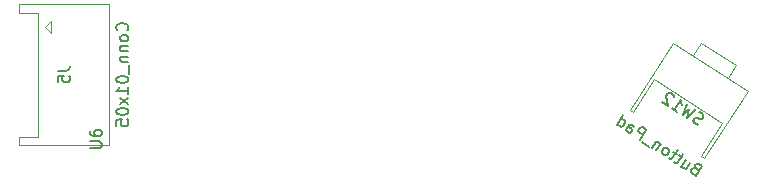
<source format=gbr>
G04 #@! TF.GenerationSoftware,KiCad,Pcbnew,7.0.9*
G04 #@! TF.CreationDate,2023-12-20T17:08:32-07:00*
G04 #@! TF.ProjectId,genesis-6_controller_pcb,67656e65-7369-4732-9d36-5f636f6e7472,4a*
G04 #@! TF.SameCoordinates,Original*
G04 #@! TF.FileFunction,AssemblyDrawing,Bot*
%FSLAX46Y46*%
G04 Gerber Fmt 4.6, Leading zero omitted, Abs format (unit mm)*
G04 Created by KiCad (PCBNEW 7.0.9) date 2023-12-20 17:08:32*
%MOMM*%
%LPD*%
G01*
G04 APERTURE LIST*
%ADD10C,0.150000*%
%ADD11C,0.100000*%
G04 APERTURE END LIST*
D10*
X142849819Y-114636904D02*
X143659342Y-114636904D01*
X143659342Y-114636904D02*
X143754580Y-114589285D01*
X143754580Y-114589285D02*
X143802200Y-114541666D01*
X143802200Y-114541666D02*
X143849819Y-114446428D01*
X143849819Y-114446428D02*
X143849819Y-114255952D01*
X143849819Y-114255952D02*
X143802200Y-114160714D01*
X143802200Y-114160714D02*
X143754580Y-114113095D01*
X143754580Y-114113095D02*
X143659342Y-114065476D01*
X143659342Y-114065476D02*
X142849819Y-114065476D01*
X142849819Y-113160714D02*
X142849819Y-113351190D01*
X142849819Y-113351190D02*
X142897438Y-113446428D01*
X142897438Y-113446428D02*
X142945057Y-113494047D01*
X142945057Y-113494047D02*
X143087914Y-113589285D01*
X143087914Y-113589285D02*
X143278390Y-113636904D01*
X143278390Y-113636904D02*
X143659342Y-113636904D01*
X143659342Y-113636904D02*
X143754580Y-113589285D01*
X143754580Y-113589285D02*
X143802200Y-113541666D01*
X143802200Y-113541666D02*
X143849819Y-113446428D01*
X143849819Y-113446428D02*
X143849819Y-113255952D01*
X143849819Y-113255952D02*
X143802200Y-113160714D01*
X143802200Y-113160714D02*
X143754580Y-113113095D01*
X143754580Y-113113095D02*
X143659342Y-113065476D01*
X143659342Y-113065476D02*
X143421247Y-113065476D01*
X143421247Y-113065476D02*
X143326009Y-113113095D01*
X143326009Y-113113095D02*
X143278390Y-113160714D01*
X143278390Y-113160714D02*
X143230771Y-113255952D01*
X143230771Y-113255952D02*
X143230771Y-113446428D01*
X143230771Y-113446428D02*
X143278390Y-113541666D01*
X143278390Y-113541666D02*
X143326009Y-113589285D01*
X143326009Y-113589285D02*
X143421247Y-113636904D01*
X194381118Y-112637723D02*
X194235373Y-112599855D01*
X194235373Y-112599855D02*
X194035689Y-112470179D01*
X194035689Y-112470179D02*
X193981751Y-112378372D01*
X193981751Y-112378372D02*
X193967749Y-112312500D01*
X193967749Y-112312500D02*
X193979683Y-112206691D01*
X193979683Y-112206691D02*
X194031553Y-112126818D01*
X194031553Y-112126818D02*
X194123361Y-112072879D01*
X194123361Y-112072879D02*
X194189232Y-112058878D01*
X194189232Y-112058878D02*
X194295041Y-112070812D01*
X194295041Y-112070812D02*
X194480723Y-112134616D01*
X194480723Y-112134616D02*
X194586532Y-112146549D01*
X194586532Y-112146549D02*
X194652403Y-112132548D01*
X194652403Y-112132548D02*
X194744211Y-112078610D01*
X194744211Y-112078610D02*
X194796081Y-111998736D01*
X194796081Y-111998736D02*
X194808015Y-111892928D01*
X194808015Y-111892928D02*
X194794013Y-111827056D01*
X194794013Y-111827056D02*
X194740075Y-111735249D01*
X194740075Y-111735249D02*
X194540391Y-111605573D01*
X194540391Y-111605573D02*
X194394646Y-111567704D01*
X194141024Y-111346221D02*
X193396702Y-112055216D01*
X193396702Y-112055216D02*
X193625983Y-111352424D01*
X193625983Y-111352424D02*
X193077208Y-111847734D01*
X193077208Y-111847734D02*
X193422164Y-110879387D01*
X192118728Y-111225289D02*
X192597968Y-111536512D01*
X192358348Y-111380901D02*
X192902987Y-110542230D01*
X192902987Y-110542230D02*
X192905055Y-110713910D01*
X192905055Y-110713910D02*
X192933058Y-110845654D01*
X192933058Y-110845654D02*
X192986996Y-110937461D01*
X192292003Y-110259011D02*
X192278001Y-110193139D01*
X192278001Y-110193139D02*
X192224063Y-110101332D01*
X192224063Y-110101332D02*
X192024380Y-109971656D01*
X192024380Y-109971656D02*
X191918571Y-109959722D01*
X191918571Y-109959722D02*
X191852699Y-109973724D01*
X191852699Y-109973724D02*
X191760892Y-110027662D01*
X191760892Y-110027662D02*
X191709022Y-110107535D01*
X191709022Y-110107535D02*
X191671153Y-110253280D01*
X191671153Y-110253280D02*
X191839171Y-111043743D01*
X191839171Y-111043743D02*
X191319994Y-110706586D01*
X194157487Y-116348229D02*
X194011741Y-116310360D01*
X194011741Y-116310360D02*
X193945870Y-116324361D01*
X193945870Y-116324361D02*
X193854062Y-116378299D01*
X193854062Y-116378299D02*
X193776257Y-116498109D01*
X193776257Y-116498109D02*
X193764323Y-116603918D01*
X193764323Y-116603918D02*
X193778325Y-116669790D01*
X193778325Y-116669790D02*
X193832263Y-116761597D01*
X193832263Y-116761597D02*
X194151756Y-116969079D01*
X194151756Y-116969079D02*
X194696395Y-116130408D01*
X194696395Y-116130408D02*
X194416839Y-115948862D01*
X194416839Y-115948862D02*
X194311030Y-115936928D01*
X194311030Y-115936928D02*
X194245158Y-115950929D01*
X194245158Y-115950929D02*
X194153351Y-116004868D01*
X194153351Y-116004868D02*
X194101481Y-116084741D01*
X194101481Y-116084741D02*
X194089547Y-116190550D01*
X194089547Y-116190550D02*
X194103549Y-116256421D01*
X194103549Y-116256421D02*
X194157487Y-116348229D01*
X194157487Y-116348229D02*
X194437044Y-116529775D01*
X193316748Y-115631909D02*
X192953656Y-116191023D01*
X193676179Y-115865326D02*
X193390891Y-116304629D01*
X193390891Y-116304629D02*
X193299084Y-116358568D01*
X193299084Y-116358568D02*
X193193276Y-116346634D01*
X193193276Y-116346634D02*
X193073466Y-116268828D01*
X193073466Y-116268828D02*
X193019528Y-116177021D01*
X193019528Y-116177021D02*
X193005526Y-116111149D01*
X193037191Y-115450363D02*
X192717698Y-115242881D01*
X193098928Y-115093000D02*
X192632094Y-115811861D01*
X192632094Y-115811861D02*
X192540287Y-115865799D01*
X192540287Y-115865799D02*
X192434479Y-115853865D01*
X192434479Y-115853865D02*
X192354605Y-115801995D01*
X192557951Y-115139140D02*
X192238457Y-114931659D01*
X192619687Y-114781778D02*
X192152854Y-115500638D01*
X192152854Y-115500638D02*
X192061046Y-115554576D01*
X192061046Y-115554576D02*
X191955238Y-115542643D01*
X191955238Y-115542643D02*
X191875364Y-115490772D01*
X191475997Y-115231420D02*
X191581806Y-115243354D01*
X191581806Y-115243354D02*
X191647678Y-115229352D01*
X191647678Y-115229352D02*
X191739485Y-115175414D01*
X191739485Y-115175414D02*
X191895096Y-114935794D01*
X191895096Y-114935794D02*
X191907030Y-114829985D01*
X191907030Y-114829985D02*
X191893028Y-114764114D01*
X191893028Y-114764114D02*
X191839090Y-114672306D01*
X191839090Y-114672306D02*
X191719280Y-114594501D01*
X191719280Y-114594501D02*
X191613471Y-114582567D01*
X191613471Y-114582567D02*
X191547599Y-114596569D01*
X191547599Y-114596569D02*
X191455792Y-114650507D01*
X191455792Y-114650507D02*
X191300181Y-114890127D01*
X191300181Y-114890127D02*
X191288247Y-114995936D01*
X191288247Y-114995936D02*
X191302249Y-115061808D01*
X191302249Y-115061808D02*
X191356187Y-115153615D01*
X191356187Y-115153615D02*
X191475997Y-115231420D01*
X191200103Y-114257343D02*
X190837010Y-114816457D01*
X191148232Y-114337217D02*
X191134231Y-114271345D01*
X191134231Y-114271345D02*
X191080293Y-114179538D01*
X191080293Y-114179538D02*
X190960483Y-114101732D01*
X190960483Y-114101732D02*
X190854674Y-114089798D01*
X190854674Y-114089798D02*
X190762867Y-114143737D01*
X190762867Y-114143737D02*
X190477580Y-114583040D01*
X190226026Y-114533238D02*
X189587039Y-114118275D01*
X189439225Y-113908725D02*
X189983864Y-113070055D01*
X189983864Y-113070055D02*
X189664371Y-112862573D01*
X189664371Y-112862573D02*
X189558562Y-112850639D01*
X189558562Y-112850639D02*
X189492690Y-112864641D01*
X189492690Y-112864641D02*
X189400883Y-112918579D01*
X189400883Y-112918579D02*
X189323078Y-113038389D01*
X189323078Y-113038389D02*
X189311144Y-113144198D01*
X189311144Y-113144198D02*
X189325146Y-113210070D01*
X189325146Y-113210070D02*
X189379084Y-113301877D01*
X189379084Y-113301877D02*
X189698577Y-113509358D01*
X188241125Y-113130669D02*
X188526412Y-112691366D01*
X188526412Y-112691366D02*
X188618219Y-112637428D01*
X188618219Y-112637428D02*
X188724027Y-112649361D01*
X188724027Y-112649361D02*
X188883774Y-112753102D01*
X188883774Y-112753102D02*
X188937712Y-112844909D01*
X188267060Y-113090733D02*
X188320998Y-113182540D01*
X188320998Y-113182540D02*
X188520681Y-113312216D01*
X188520681Y-113312216D02*
X188626490Y-113324149D01*
X188626490Y-113324149D02*
X188718297Y-113270211D01*
X188718297Y-113270211D02*
X188770168Y-113190338D01*
X188770168Y-113190338D02*
X188782101Y-113084529D01*
X188782101Y-113084529D02*
X188728163Y-112992722D01*
X188728163Y-112992722D02*
X188528480Y-112863046D01*
X188528480Y-112863046D02*
X188474541Y-112771239D01*
X187482327Y-112637901D02*
X188026966Y-111799230D01*
X187508263Y-112597964D02*
X187562201Y-112689771D01*
X187562201Y-112689771D02*
X187721948Y-112793512D01*
X187721948Y-112793512D02*
X187827756Y-112805446D01*
X187827756Y-112805446D02*
X187893628Y-112791444D01*
X187893628Y-112791444D02*
X187985435Y-112737506D01*
X187985435Y-112737506D02*
X188141046Y-112497886D01*
X188141046Y-112497886D02*
X188152980Y-112392077D01*
X188152980Y-112392077D02*
X188138978Y-112326205D01*
X188138978Y-112326205D02*
X188085040Y-112234398D01*
X188085040Y-112234398D02*
X187925293Y-112130657D01*
X187925293Y-112130657D02*
X187819485Y-112118724D01*
X194381118Y-112637723D02*
X194235373Y-112599855D01*
X194235373Y-112599855D02*
X194035689Y-112470179D01*
X194035689Y-112470179D02*
X193981751Y-112378372D01*
X193981751Y-112378372D02*
X193967749Y-112312500D01*
X193967749Y-112312500D02*
X193979683Y-112206691D01*
X193979683Y-112206691D02*
X194031553Y-112126818D01*
X194031553Y-112126818D02*
X194123361Y-112072879D01*
X194123361Y-112072879D02*
X194189232Y-112058878D01*
X194189232Y-112058878D02*
X194295041Y-112070812D01*
X194295041Y-112070812D02*
X194480723Y-112134616D01*
X194480723Y-112134616D02*
X194586532Y-112146549D01*
X194586532Y-112146549D02*
X194652403Y-112132548D01*
X194652403Y-112132548D02*
X194744211Y-112078610D01*
X194744211Y-112078610D02*
X194796081Y-111998736D01*
X194796081Y-111998736D02*
X194808015Y-111892928D01*
X194808015Y-111892928D02*
X194794013Y-111827056D01*
X194794013Y-111827056D02*
X194740075Y-111735249D01*
X194740075Y-111735249D02*
X194540391Y-111605573D01*
X194540391Y-111605573D02*
X194394646Y-111567704D01*
X194141024Y-111346221D02*
X193396702Y-112055216D01*
X193396702Y-112055216D02*
X193625983Y-111352424D01*
X193625983Y-111352424D02*
X193077208Y-111847734D01*
X193077208Y-111847734D02*
X193422164Y-110879387D01*
X192118728Y-111225289D02*
X192597968Y-111536512D01*
X192358348Y-111380901D02*
X192902987Y-110542230D01*
X192902987Y-110542230D02*
X192905055Y-110713910D01*
X192905055Y-110713910D02*
X192933058Y-110845654D01*
X192933058Y-110845654D02*
X192986996Y-110937461D01*
X192292003Y-110259011D02*
X192278001Y-110193139D01*
X192278001Y-110193139D02*
X192224063Y-110101332D01*
X192224063Y-110101332D02*
X192024380Y-109971656D01*
X192024380Y-109971656D02*
X191918571Y-109959722D01*
X191918571Y-109959722D02*
X191852699Y-109973724D01*
X191852699Y-109973724D02*
X191760892Y-110027662D01*
X191760892Y-110027662D02*
X191709022Y-110107535D01*
X191709022Y-110107535D02*
X191671153Y-110253280D01*
X191671153Y-110253280D02*
X191839171Y-111043743D01*
X191839171Y-111043743D02*
X191319994Y-110706586D01*
X146009471Y-104664455D02*
X146057091Y-104616836D01*
X146057091Y-104616836D02*
X146104710Y-104473979D01*
X146104710Y-104473979D02*
X146104710Y-104378741D01*
X146104710Y-104378741D02*
X146057091Y-104235884D01*
X146057091Y-104235884D02*
X145961852Y-104140646D01*
X145961852Y-104140646D02*
X145866614Y-104093027D01*
X145866614Y-104093027D02*
X145676138Y-104045408D01*
X145676138Y-104045408D02*
X145533281Y-104045408D01*
X145533281Y-104045408D02*
X145342805Y-104093027D01*
X145342805Y-104093027D02*
X145247567Y-104140646D01*
X145247567Y-104140646D02*
X145152329Y-104235884D01*
X145152329Y-104235884D02*
X145104710Y-104378741D01*
X145104710Y-104378741D02*
X145104710Y-104473979D01*
X145104710Y-104473979D02*
X145152329Y-104616836D01*
X145152329Y-104616836D02*
X145199948Y-104664455D01*
X146104710Y-105235884D02*
X146057091Y-105140646D01*
X146057091Y-105140646D02*
X146009471Y-105093027D01*
X146009471Y-105093027D02*
X145914233Y-105045408D01*
X145914233Y-105045408D02*
X145628519Y-105045408D01*
X145628519Y-105045408D02*
X145533281Y-105093027D01*
X145533281Y-105093027D02*
X145485662Y-105140646D01*
X145485662Y-105140646D02*
X145438043Y-105235884D01*
X145438043Y-105235884D02*
X145438043Y-105378741D01*
X145438043Y-105378741D02*
X145485662Y-105473979D01*
X145485662Y-105473979D02*
X145533281Y-105521598D01*
X145533281Y-105521598D02*
X145628519Y-105569217D01*
X145628519Y-105569217D02*
X145914233Y-105569217D01*
X145914233Y-105569217D02*
X146009471Y-105521598D01*
X146009471Y-105521598D02*
X146057091Y-105473979D01*
X146057091Y-105473979D02*
X146104710Y-105378741D01*
X146104710Y-105378741D02*
X146104710Y-105235884D01*
X145438043Y-105997789D02*
X146104710Y-105997789D01*
X145533281Y-105997789D02*
X145485662Y-106045408D01*
X145485662Y-106045408D02*
X145438043Y-106140646D01*
X145438043Y-106140646D02*
X145438043Y-106283503D01*
X145438043Y-106283503D02*
X145485662Y-106378741D01*
X145485662Y-106378741D02*
X145580900Y-106426360D01*
X145580900Y-106426360D02*
X146104710Y-106426360D01*
X145438043Y-106902551D02*
X146104710Y-106902551D01*
X145533281Y-106902551D02*
X145485662Y-106950170D01*
X145485662Y-106950170D02*
X145438043Y-107045408D01*
X145438043Y-107045408D02*
X145438043Y-107188265D01*
X145438043Y-107188265D02*
X145485662Y-107283503D01*
X145485662Y-107283503D02*
X145580900Y-107331122D01*
X145580900Y-107331122D02*
X146104710Y-107331122D01*
X146199948Y-107569218D02*
X146199948Y-108331122D01*
X145104710Y-108759694D02*
X145104710Y-108854932D01*
X145104710Y-108854932D02*
X145152329Y-108950170D01*
X145152329Y-108950170D02*
X145199948Y-108997789D01*
X145199948Y-108997789D02*
X145295186Y-109045408D01*
X145295186Y-109045408D02*
X145485662Y-109093027D01*
X145485662Y-109093027D02*
X145723757Y-109093027D01*
X145723757Y-109093027D02*
X145914233Y-109045408D01*
X145914233Y-109045408D02*
X146009471Y-108997789D01*
X146009471Y-108997789D02*
X146057091Y-108950170D01*
X146057091Y-108950170D02*
X146104710Y-108854932D01*
X146104710Y-108854932D02*
X146104710Y-108759694D01*
X146104710Y-108759694D02*
X146057091Y-108664456D01*
X146057091Y-108664456D02*
X146009471Y-108616837D01*
X146009471Y-108616837D02*
X145914233Y-108569218D01*
X145914233Y-108569218D02*
X145723757Y-108521599D01*
X145723757Y-108521599D02*
X145485662Y-108521599D01*
X145485662Y-108521599D02*
X145295186Y-108569218D01*
X145295186Y-108569218D02*
X145199948Y-108616837D01*
X145199948Y-108616837D02*
X145152329Y-108664456D01*
X145152329Y-108664456D02*
X145104710Y-108759694D01*
X146104710Y-110045408D02*
X146104710Y-109473980D01*
X146104710Y-109759694D02*
X145104710Y-109759694D01*
X145104710Y-109759694D02*
X145247567Y-109664456D01*
X145247567Y-109664456D02*
X145342805Y-109569218D01*
X145342805Y-109569218D02*
X145390424Y-109473980D01*
X146104710Y-110378742D02*
X145438043Y-110902551D01*
X145438043Y-110378742D02*
X146104710Y-110902551D01*
X145104710Y-111473980D02*
X145104710Y-111569218D01*
X145104710Y-111569218D02*
X145152329Y-111664456D01*
X145152329Y-111664456D02*
X145199948Y-111712075D01*
X145199948Y-111712075D02*
X145295186Y-111759694D01*
X145295186Y-111759694D02*
X145485662Y-111807313D01*
X145485662Y-111807313D02*
X145723757Y-111807313D01*
X145723757Y-111807313D02*
X145914233Y-111759694D01*
X145914233Y-111759694D02*
X146009471Y-111712075D01*
X146009471Y-111712075D02*
X146057091Y-111664456D01*
X146057091Y-111664456D02*
X146104710Y-111569218D01*
X146104710Y-111569218D02*
X146104710Y-111473980D01*
X146104710Y-111473980D02*
X146057091Y-111378742D01*
X146057091Y-111378742D02*
X146009471Y-111331123D01*
X146009471Y-111331123D02*
X145914233Y-111283504D01*
X145914233Y-111283504D02*
X145723757Y-111235885D01*
X145723757Y-111235885D02*
X145485662Y-111235885D01*
X145485662Y-111235885D02*
X145295186Y-111283504D01*
X145295186Y-111283504D02*
X145199948Y-111331123D01*
X145199948Y-111331123D02*
X145152329Y-111378742D01*
X145152329Y-111378742D02*
X145104710Y-111473980D01*
X145104710Y-112712075D02*
X145104710Y-112235885D01*
X145104710Y-112235885D02*
X145580900Y-112188266D01*
X145580900Y-112188266D02*
X145533281Y-112235885D01*
X145533281Y-112235885D02*
X145485662Y-112331123D01*
X145485662Y-112331123D02*
X145485662Y-112569218D01*
X145485662Y-112569218D02*
X145533281Y-112664456D01*
X145533281Y-112664456D02*
X145580900Y-112712075D01*
X145580900Y-112712075D02*
X145676138Y-112759694D01*
X145676138Y-112759694D02*
X145914233Y-112759694D01*
X145914233Y-112759694D02*
X146009471Y-112712075D01*
X146009471Y-112712075D02*
X146057091Y-112664456D01*
X146057091Y-112664456D02*
X146104710Y-112569218D01*
X146104710Y-112569218D02*
X146104710Y-112331123D01*
X146104710Y-112331123D02*
X146057091Y-112235885D01*
X146057091Y-112235885D02*
X146009471Y-112188266D01*
X140154710Y-108069217D02*
X140868995Y-108069217D01*
X140868995Y-108069217D02*
X141011852Y-108021598D01*
X141011852Y-108021598D02*
X141107091Y-107926360D01*
X141107091Y-107926360D02*
X141154710Y-107783503D01*
X141154710Y-107783503D02*
X141154710Y-107688265D01*
X140154710Y-109021598D02*
X140154710Y-108545408D01*
X140154710Y-108545408D02*
X140630900Y-108497789D01*
X140630900Y-108497789D02*
X140583281Y-108545408D01*
X140583281Y-108545408D02*
X140535662Y-108640646D01*
X140535662Y-108640646D02*
X140535662Y-108878741D01*
X140535662Y-108878741D02*
X140583281Y-108973979D01*
X140583281Y-108973979D02*
X140630900Y-109021598D01*
X140630900Y-109021598D02*
X140726138Y-109069217D01*
X140726138Y-109069217D02*
X140964233Y-109069217D01*
X140964233Y-109069217D02*
X141059471Y-109021598D01*
X141059471Y-109021598D02*
X141107091Y-108973979D01*
X141107091Y-108973979D02*
X141154710Y-108878741D01*
X141154710Y-108878741D02*
X141154710Y-108640646D01*
X141154710Y-108640646D02*
X141107091Y-108545408D01*
X141107091Y-108545408D02*
X141059471Y-108497789D01*
D11*
X194857825Y-115466526D02*
X198555924Y-109771953D01*
X194857825Y-115466526D02*
X194606224Y-115303134D01*
X198555924Y-109771953D02*
X192265895Y-105687160D01*
X194606224Y-115303134D02*
X196425318Y-112501975D01*
X196425318Y-112501975D02*
X190638491Y-108743965D01*
X197564828Y-107625950D02*
X196878583Y-108682675D01*
X197564828Y-107625950D02*
X194629481Y-105719713D01*
X194629481Y-105719713D02*
X193943236Y-106776438D01*
X188819397Y-111545125D02*
X190638491Y-108743965D01*
X188819397Y-111545125D02*
X188567796Y-111381733D01*
X188567796Y-111381733D02*
X192265895Y-105687160D01*
X144449891Y-102452551D02*
X144449891Y-114352551D01*
X136849891Y-102452551D02*
X144449891Y-102452551D01*
X138449891Y-103152551D02*
X136849891Y-103152551D01*
X136849891Y-103152551D02*
X136849891Y-102452551D01*
X139574891Y-103902551D02*
X139574891Y-104902551D01*
X139074891Y-104402551D02*
X139574891Y-103902551D01*
X139574891Y-104902551D02*
X139074891Y-104402551D01*
X138449891Y-113652551D02*
X138449891Y-103152551D01*
X136849891Y-113652551D02*
X138449891Y-113652551D01*
X144449891Y-114352551D02*
X136849891Y-114352551D01*
X136849891Y-114352551D02*
X136849891Y-113652551D01*
M02*

</source>
